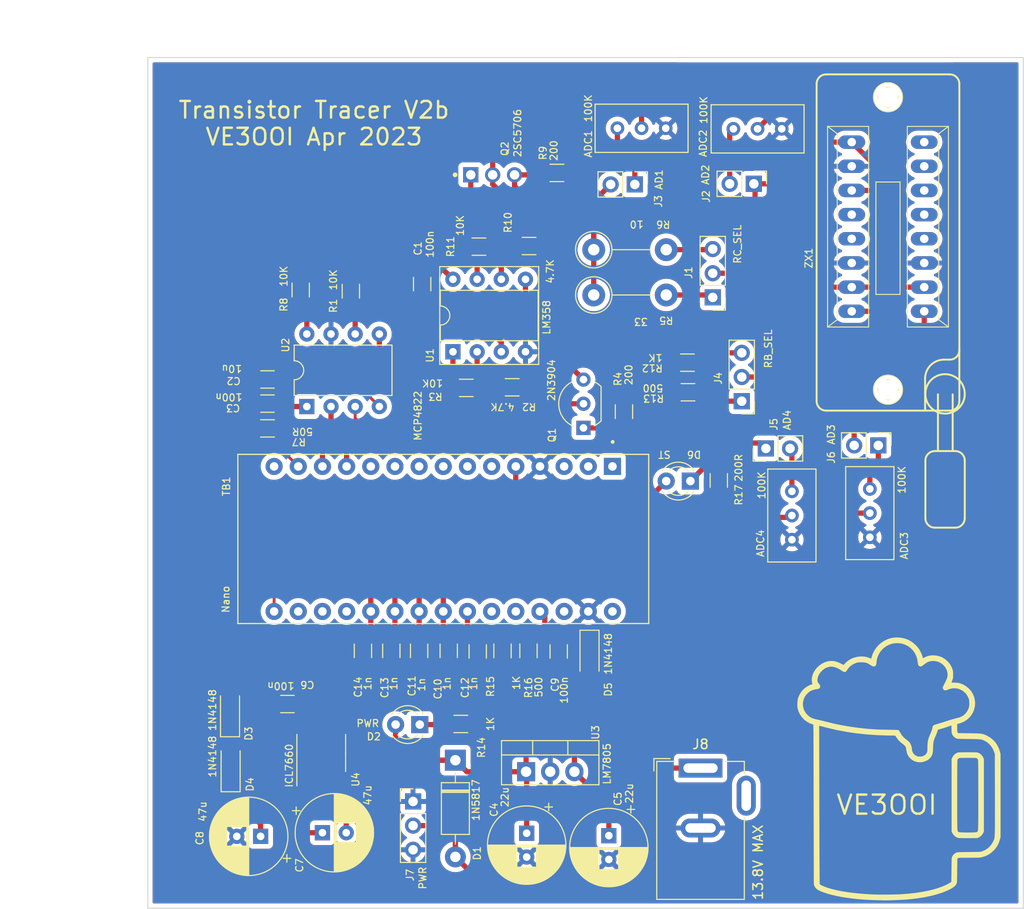
<source format=kicad_pcb>
(kicad_pcb (version 20211014) (generator pcbnew)
  (layers (0 "F.Cu" signal) (31 "B.Cu" signal) (34 "B.Paste" user) (35 "F.Paste" user) (36 "B.SilkS" user "B.Silkscreen") (37 "F.SilkS" user "F.Silkscreen") (38 "B.Mask" user) (39 "F.Mask" user) (44 "Edge.Cuts" user))
  (net 0 "")
  (net 1 "24V")
  (net 2 "GND")
  (net 3 "12V")
  (net 4 "5V")
  (net 5 "VIN")
  (net 9 "Net-(D6-Pad2)")
  (net 15 "ADC1")
  (net 20 "Net-(ADC1-Pad3)")
  (net 21 "ADC2")
  (net 22 "Net-(ADC2-Pad3)")
  (net 23 "ADC3")
  (net 24 "Net-(ADC3-Pad3)")
  (net 29 "ADC4")
  (net 30 "Net-(ADC4-Pad3)")
  (net 31 "Net-(J1-Pad1)")
  (net 32 "Net-(D2-Pad1)")
  (net 33 "Net-(D6-Pad1)")
  (net 34 "Net-(R1-Pad1)")
  (net 35 "COLLECTOR{slash}DRAIN")
  (net 36 "Net-(J1-Pad3)")
  (net 37 "VC_OUT")
  (net 38 "Net-(J4-Pad1)")
  (net 39 "BASE{slash}GATE")
  (net 40 "Net-(J4-Pad3)")
  (net 41 "VB_OUT")
  (net 42 "Net-(Q1-Pad2)")
  (net 43 "Net-(Q2-Pad1)")
  (net 44 "Net-(R1-Pad2)")
  (net 45 "Net-(R2-Pad2)")
  (net 46 "Net-(R8-Pad2)")
  (net 47 "Net-(R10-Pad2)")
  (net 48 "LDAC")
  (net 49 "CS")
  (net 50 "SDI")
  (net 51 "SCK")
  (net 52 "Net-(C7-Pad1)")
  (net 53 "Net-(C7-Pad2)")
  (net 54 "Net-(C12-Pad1)")
  (net 59 "Net-(R8-Pad1)")
  (net 61 "DacPower")
  (net 62 "uCPower")
  (footprint "Capacitor_SMD:C_1206_3216Metric" (layer "F.Cu") (at 78.359 127.5715 -90)
    (fp_text reference "C13")
    (fp_text value "1n")
  )
  (footprint "Resistor_SMD:R_1206_3216Metric" (layer "F.Cu") (at 85.6615 135.255 180)
    (fp_text reference "R14")
    (fp_text value "1K")
  )
  (footprint "Diode_SMD:D_MiniMELF" (layer "F.Cu") (at 61.4045 134.0485 90)
    (fp_text reference "D3")
    (fp_text value "1N4148")
  )
  (footprint "Connector_BarrelJack:BarrelJack_GCT_DCJ200-10-A_Horizontal" (layer "F.Cu") (at 110.856 139.8905)
    (fp_text reference "J8")
    (fp_text value "13.8V MAX")
  )
  (footprint "LED_THT:LED_D3.0mm" (layer "F.Cu") (at 81.3485 135.3185 180)
    (fp_text reference "D2")
    (fp_text value "PWR")
  )
  (footprint "Capacitor_SMD:C_1206_3216Metric" (layer "F.Cu") (at 87.4395 127.635 -90)
    (fp_text reference "C12")
    (fp_text value "1n")
  )
  (footprint "Package_TO_SOT_THT:TO-92_Inline_Wide" (layer "F.Cu") (at 98.552 104.14 90)
    (fp_text reference "Q1")
    (fp_text value "2N3904")
  )
  (footprint "Resistor_SMD:R_1206_3216Metric" (layer "F.Cu") (at 86.235 99.9345 180)
    (fp_text reference "R3")
    (fp_text value "10K")
  )
  (footprint "Diode_THT:D_DO-41_SOD81_P10.16mm_Horizontal" (layer "F.Cu") (at 85.09 139.065 -90)
    (fp_text reference "D1")
    (fp_text value "1N5817")
  )
  (footprint "Resistor_SMD:R_1206_3216Metric" (layer "F.Cu") (at 95.758 77.343 180)
    (fp_text reference "R9")
    (fp_text value "200")
  )
  (footprint "Resistor_SMD:R_1206_3216Metric" (layer "F.Cu") (at 74.1045 89.7745 90)
    (fp_text reference "R1")
    (fp_text value "10K")
  )
  (footprint "Connector_PinHeader_2.54mm:PinHeader_1x02_P2.54mm_Vertical" (layer "F.Cu") (at 129.54 105.9815 -90)
    (fp_text reference "J6")
    (fp_text value "AD3")
  )
  (footprint "Capacitor_SMD:C_1206_3216Metric" (layer "F.Cu") (at 84.3915 127.5715 -90)
    (fp_text reference "C10")
    (fp_text value "1n")
  )
  (footprint "Capacitor_THT:CP_Radial_D8.0mm_P2.50mm" (layer "F.Cu") (at 92.583 146.738849 -90)
    (fp_text reference "C4")
    (fp_text value "22u")
  )
  (footprint "Diode_SMD:D_MiniMELF" (layer "F.Cu") (at 61.468 139.827 90)
    (fp_text reference "D4")
    (fp_text value "1N4148")
  )
  (footprint "Potentiometer_THT:Potentiometer_Bourns_3296W_Vertical" (layer "F.Cu") (at 107.198 72.644)
    (fp_text reference "ADC1")
    (fp_text value "100K")
  )
  (footprint "Custom_RF:2SC5706" (layer "F.Cu") (at 89.0095 77.542999 90)
    (fp_text reference "Q2")
    (fp_text value "2SC5706")
  )
  (footprint "Resistor_SMD:R_1206_3216Metric" (layer "F.Cu") (at 92.7735 127.5715 -90)
    (fp_text reference "R16")
    (fp_text value "500")
  )
  (footprint "Resistor_SMD:R_1206_3216Metric" (layer "F.Cu") (at 91.059 99.871 180)
    (fp_text reference "R2")
    (fp_text value "4.7K")
  )
  (footprint "Potentiometer_THT:Potentiometer_Bourns_3296W_Vertical" (layer "F.Cu") (at 120.4595 115.8875 -90)
    (fp_text reference "ADC4")
    (fp_text value "100K")
  )
  (footprint "Potentiometer_THT:Potentiometer_Bourns_3296W_Vertical" (layer "F.Cu") (at 128.651 115.6335 -90)
    (fp_text reference "ADC3")
    (fp_text value "100K")
  )
  (footprint "Connector_PinHeader_2.54mm:PinHeader_1x02_P2.54mm_Vertical" (layer "F.Cu") (at 116.459 78.486 -90)
    (fp_text reference "J2")
    (fp_text value "AD2")
  )
  (footprint "Capacitor_SMD:C_1206_3216Metric" (layer "F.Cu") (at 81.28 127.5715 -90)
    (fp_text reference "C11")
    (fp_text value "1n")
  )
  (footprint "Connector_PinHeader_2.54mm:PinHeader_1x03_P2.54mm_Vertical" (layer "F.Cu") (at 80.645 143.398)
    (fp_text reference "J7")
    (fp_text value "PWR")
  )
  (footprint "Capacitor_THT:CP_Radial_D8.0mm_P2.50mm" (layer "F.Cu") (at 64.6195 147.066 180)
    (fp_text reference "C8")
    (fp_text value "47u")
  )
  (footprint "Capacitor_SMD:C_1206_3216Metric" (layer "F.Cu") (at 65.3415 99.0455)
    (fp_text reference "C2")
    (fp_text value "10u")
  )
  (footprint "Package_DIP:DIP-8_W7.62mm_Socket" (layer "F.Cu") (at 84.836 96.139 90)
    (fp_text reference "U1")
    (fp_text value "LM358")
  )
  (footprint "Custom_RF:16Pin ZIF" (layer "F.Cu") (at 130.556 82.9945 90)
    (fp_text reference "ZX1")
    (fp_text value "16PIN ZIF" hide)
  )
  (footprint "Capacitor_THT:CP_Radial_D8.0mm_P2.50mm" (layer "F.Cu") (at 71.12 146.685)
    (fp_text reference "C7")
    (fp_text value "47u")
  )
  (footprint "Custom_Images:Homebrew_mug_VE3OOI" (layer "F.Cu") (at 130.175 141.224)
    (fp_text reference "REF**" hide)
    (fp_text value "Homebrew_mug" hide)
  )
  (footprint "Capacitor_SMD:C_1206_3216Metric" (layer "F.Cu") (at 75.3745 127.5715 -90)
    (fp_text reference "C14")
    (fp_text value "1n")
  )
  (footprint "Capacitor_SMD:C_1206_3216Metric" (layer "F.Cu") (at 65.3415 101.5855)
    (fp_text reference "C3")
    (fp_text value "100n")
  )
  (footprint "Resistor_SMD:R_1206_3216Metric" (layer "F.Cu") (at 109.5375 100.3935 180)
    (fp_text reference "R13")
    (fp_text value "500")
  )
  (footprint "LED_THT:LED_D3.0mm" (layer "F.Cu") (at 109.7915 109.728 180)
    (fp_text reference "D6")
    (fp_text value "ST")
  )
  (footprint "Connector_PinHeader_2.54mm:PinHeader_1x02_P2.54mm_Vertical" (layer "F.Cu") (at 117.724 106.299 90)
    (fp_text reference "J5")
    (fp_text value "AD4")
  )
  (footprint "Resistor_SMD:R_1206_3216Metric" (layer "F.Cu") (at 109.474 97.282 180)
    (fp_text reference "R12")
    (fp_text value "1K")
  )
  (footprint "Capacitor_SMD:C_1206_3216Metric" (layer "F.Cu") (at 67.437 133.1595)
    (fp_text reference "C6")
    (fp_text value "100n")
  )
  (footprint "Package_SO:SOIC-8_3.9x4.9mm_P1.27mm" (layer "F.Cu") (at 70.993 138.303 90)
    (fp_text reference "U4")
    (fp_text value "ICL7660")
  )
  (footprint "Potentiometer_THT:Potentiometer_Bourns_3296W_Vertical" (layer "F.Cu") (at 119.39 72.7075)
    (fp_text reference "ADC2")
    (fp_text value "100K")
  )
  (footprint "Resistor_SMD:R_1206_3216Metric" (layer "F.Cu") (at 112.776 109.6645 90)
    (fp_text reference "R17")
    (fp_text value "200R")
  )
  (footprint "Connector_PinHeader_2.54mm:PinHeader_1x03_P2.54mm_Vertical" (layer "F.Cu") (at 115.189 101.331 180)
    (fp_text reference "J4")
    (fp_text value "RB_SEL")
  )
  (footprint "Resistor_SMD:R_1206_3216Metric" (layer "F.Cu") (at 87.5665 85.09 180)
    (fp_text reference "R11")
    (fp_text value "10K")
  )
  (footprint "Capacitor_SMD:C_1206_3216Metric" (layer "F.Cu") (at 95.9485 127.635 -90)
    (fp_text reference "C9")
    (fp_text value "100n")
  )
  (footprint "Package_TO_SOT_THT:TO-220-3_Vertical" (layer "F.Cu") (at 92.5195 140.2715)
    (fp_text reference "U3")
    (fp_text value "LM7805")
  )
  (footprint "Resistor_SMD:R_1206_3216Metric" (layer "F.Cu") (at 65.3415 104.189 180)
    (fp_text reference "R7")
    (fp_text value "50R")
  )
  (footprint "Resistor_THT:R_Axial_DIN0411_L9.9mm_D3.6mm_P7.62mm_Vertical" (layer "F.Cu") (at 99.6315 90.17)
    (fp_text reference "R5")
    (fp_text value "33")
  )
  (footprint "Connector_PinHeader_2.54mm:PinHeader_1x02_P2.54mm_Vertical" (layer "F.Cu") (at 103.9495 78.5495 -90)
    (fp_text reference "J3")
    (fp_text value "AD1")
  )
  (footprint "Resistor_THT:R_Axial_DIN0411_L9.9mm_D3.6mm_P7.62mm_Vertical" (layer "F.Cu") (at 99.6315 85.4075)
    (fp_text reference "R6")
    (fp_text value "10")
  )
  (footprint "Resistor_SMD:R_1206_3216Metric" (layer "F.Cu") (at 102.8065 102.4255 -90)
    (fp_text reference "R4")
    (fp_text value "200")
  )
  (footprint "Diode_SMD:D_MiniMELF" (layer "F.Cu") (at 99.187 127.9525 -90)
    (fp_text reference "D5")
    (fp_text value "1N4148")
  )
  (footprint "Microcontrollers:SHIELD_ARDUINO_NANO" (layer "F.Cu") (at 83.82 115.8095 -90)
    (fp_text reference "TB1")
    (fp_text value "Nano")
  )
  (footprint "Connector_PinHeader_2.54mm:PinHeader_1x03_P2.54mm_Vertical" (layer "F.Cu") (at 112.141 90.424 180)
    (fp_text reference "J1")
    (fp_text value "RC_SEL")
  )
  (footprint "Resistor_SMD:R_1206_3216Metric" (layer "F.Cu") (at 90.043 127.5715 -90)
    (fp_text reference "R15")
    (fp_text value "1K")
  )
  (footprint "Capacitor_SMD:C_1206_3216Metric" (layer "F.Cu") (at 81.5975 89.027 -90)
    (fp_text reference "C1")
    (fp_text value "100n")
  )
  (footprint "Package_DIP:DIP-8_W7.62mm" (layer "F.Cu") (at 69.479 101.893 90)
    (fp_text reference "U2")
    (fp_text value "MCP4822")
  )
  (footprint "Resistor_SMD:R_1206_3216Metric" (layer "F.Cu") (at 92.837 85.0265 180)
    (fp_text reference "R10")
    (fp_text value "4.7K")
  )
  (footprint "Capacitor_THT:CP_Radial_D8.0mm_P2.50mm" (layer "F.Cu") (at 101.219 146.992849 -90)
    (fp_text reference "C5")
    (fp_text value "22u")
  )
  (footprint "Resistor_SMD:R_1206_3216Metric" (layer "F.Cu") (at 68.834 89.6475 90)
    (fp_text reference "R8")
    (fp_text value "10K")
  )
  (gr_rect (start 52.7685 154.6225) (end 144.78 65.2145) (layer "Edge.Cuts") (width 0.1) (fill none))
  (gr_text "Transistor Tracer V2b\nVE3OOI Apr 2023" (at 70.231 72.136) (layer "F.SilkS") (effects (font (size 1.75 1.75) (thickness 0.25))))
  (segment (start 76.0095 82.9945) (end 80.567 87.552) (width 0.55) (layer "F.Cu") (net 1))
  (segment (start 61.468 141.577) (end 58.9 141.577) (width 0.55) (layer "F.Cu") (net 1))
  (segment (start 80.567 87.552) (end 81.5975 87.552) (width 0.55) (layer "F.Cu") (net 1))
  (segment (start 57.7215 88.8365) (end 63.5635 82.9945) (width 0.55) (layer "F.Cu") (net 1))
  (segment (start 81.5975 87.552) (end 83.869 87.552) (width 0.55) (layer "F.Cu") (net 1))
  (segment (start 63.5635 82.9945) (end 76.0095 82.9945) (width 0.55) (layer "F.Cu") (net 1))
  (segment (start 57.7215 140.3985) (end 57.7215 88.8365) (width 0.55) (layer "F.Cu") (net 1))
  (segment (start 61.468 142.621) (end 61.468 141.577) (width 0.55) (layer "F.Cu") (net 1))
  (segment (start 64.6195 147.066) (end 64.6195 145.7725) (width 0.55) (layer "F.Cu") (net 1))
  (segment (start 83.869 87.552) (end 84.836 88.519) (width 0.55) (layer "F.Cu") (net 1))
  (segment (start 58.9 141.577) (end 57.7215 140.3985) (width 0.55) (layer "F.Cu") (net 1))
  (segment (start 64.6195 145.7725) (end 61.468 142.621) (width 0.55) (layer "F.Cu") (net 1))
  (segment (start 65.4065 135.828) (end 63.3095 133.731) (width 0.55) (layer "F.Cu") (net 3))
  (segment (start 98.552 99.06) (end 96.3295 96.8375) (width 0.55) (layer "F.Cu") (net 3))
  (segment (start 62.8015 79.883) (end 81.915 79.883) (width 0.55) (layer "F.Cu") (net 3))
  (segment (start 57.7215 151.765) (end 56.3245 150.368) (width 0.55) (layer "F.Cu") (net 3))
  (segment (start 81.915 79.883) (end 82.2325 79.5655) (width 0.55) (layer "F.Cu") (net 3))
  (segment (start 84.201 75.5015) (end 84.963 74.7395) (width 0.55) (layer "F.Cu") (net 3))
  (segment (start 96.012 83.058) (end 93.5355 83.058) (width 0.55) (layer "F.Cu") (net 3))
  (segment (start 84.201 77.5335) (end 84.201 75.5015) (width 0.55) (layer "F.Cu") (net 3))
  (segment (start 90.043 135.0645) (end 90.043 129.2245) (width 0.55) (layer "F.Cu") (net 3))
  (segment (start 93.5355 83.058) (end 89.0095 78.532) (width 0.55) (layer "F.Cu") (net 3))
  (segment (start 77.0255 151.765) (end 57.7215 151.765) (width 0.55) (layer "F.Cu") (net 3))
  (segment (start 69.088 133.3355) (end 68.912 133.1595) (width 0.55) (layer "F.Cu") (net 3))
  (segment (start 78.8085 137.8) (end 78.8085 135.3185) (width 0.55) (layer "F.Cu") (net 3))
  (segment (start 56.3245 86.36) (end 62.8015 79.883) (width 0.55) (layer "F.Cu") (net 3))
  (segment (start 69.4055 138.303) (end 79.1845 138.303) (width 0.55) (layer "F.Cu") (net 3))
  (segment (start 78.0415 139.065) (end 77.343 139.7635) (width 0.55) (layer "F.Cu") (net 3))
  (segment (start 92.583 146.738849) (end 92.583 140.335) (width 0.55) (layer "F.Cu") (net 3))
  (segment (start 62.7025 132.2985) (end 61.4045 132.2985) (width 0.55) (layer "F.Cu") (net 3))
  (segment (start 85.09 139.065) (end 80.0735 139.065) (width 0.55) (layer "F.Cu") (net 3))
  (segment (start 86.2965 140.2715) (end 85.09 139.065) (width 0.55) (layer "F.Cu") (net 3))
  (segment (start 79.248 138.2395) (end 78.8085 137.8) (width 0.55) (layer "F.Cu") (net 3))
  (segment (start 84.963 74.7395) (end 88.011 74.7395) (width 0.55) (layer "F.Cu") (net 3))
  (segment (start 92.5195 137.541) (end 90.043 135.0645) (width 0.55) (layer "F.Cu") (net 3))
  (segment (start 56.3245 150.368) (end 56.3245 86.36) (width 0.55) (layer "F.Cu") (net 3))
  (segment (start 89.0095 78.532) (end 89.0095 77.542999) (width 0.55) (layer "F.Cu") (net 3))
  (segment (start 69.088 135.828) (end 69.088 133.3355) (width 0.55) (layer "F.Cu") (net 3))
  (segment (start 63.3095 133.731) (end 63.3095 132.9055) (width 0.55) (layer "F.Cu") (net 3))
  (segment (start 96.3295 96.8375) (end 96.3295 83.3755) (width 0.55) (layer "F.Cu") (net 3))
  (segment (start 77.343 139.7635) (end 77.343 151.4475) (width 0.55) (layer "F.Cu") (net 3))
  (segment (start 82.2325 79.502) (end 84.201 77.5335) (width 0.55) (layer "F.Cu") (net 3))
  (segment (start 69.088 137.9855) (end 69.4055 138.303) (width 0.55) (layer "F.Cu") (net 3))
  (segment (start 92.5195 140.2715) (end 86.2965 140.2715) (width 0.55) (layer "F.Cu") (net 3))
  (segment (start 85.09 139.065) (end 78.0415 139.065) (width 0.55) (layer "F.Cu") (net 3))
  (segment (start 63.3095 132.9055) (end 62.7025 132.2985) (width 0.55) (layer "F.Cu") (net 3))
  (segment (start 82.2325 79.5655) (end 82.2325 79.502) (width 0.55) (layer "F.Cu") (net 3))
  (segment (start 69.088 135.828) (end 65.4065 135.828) (width 0.55) (layer "F.Cu") (net 3))
  (segment (start 92.583 140.335) (end 92.5195 140.2715) (width 0.55) (layer "F.Cu") (net 3))
  (segment (start 77.343 151.4475) (end 77.0255 151.765) (width 0.55) (layer "F.Cu") (net 3))
  (segment (start 79.1845 138.303) (end 79.248 138.2395) (width 0.55) (layer "F.Cu") (net 3))
  (segment (start 69.088 135.828) (end 69.088 137.9855) (width 0.55) (layer "F.Cu") (net 3))
  (segment (start 80.0735 139.065) (end 79.248 138.2395) (width 0.55) (layer "F.Cu") (net 3))
  (segment (start 92.5195 140.2715) (end 92.5195 137.541) (width 0.55) (layer "F.Cu") (net 3))
  (segment (start 89.0095 75.738) (end 89.0095 77.542999) (width 0.55) (layer "F.Cu") (net 3))
  (segment (start 96.3295 83.3755) (end 96.012 83.058) (width 0.55) (layer "F.Cu") (net 3))
  (segment (start 88.011 74.7395) (end 89.0095 75.738) (width 0.55) (layer "F.Cu") (net 3))
  (segment (start 97.5995 140.2715) (end 97.5995 133.2865) (width 0.55) (layer "F.Cu") (net 4))
  (segment (start 63.879 104.189) (end 62.4985 104.189) (width 0.55) (layer "F.Cu") (net 4))
  (segment (start 71.501 127.4445) (end 97.9805 127.4445) (width 0.55) (layer "F.Cu") (net 4))
  (segment (start 101.219 143.891) (end 97.5995 140.2715) (width 0.55) (layer "F.Cu") (net 4))
  (segment (start 99.568 130.147) (end 99.187 129.766) (width 0.55) (layer "F.Cu") (net 4))
  (segment (start 63.373 128.778) (end 70.1675 128.778) (width 0.55) (layer "F.Cu") (net 4))
  (segment (start 99.568 131.318) (end 99.568 130.147) (width 0.55) (layer "F.Cu") (net 4))
  (segment (start 61.7855 127.1905) (end 63.373 128.778) (width 0.55) (layer "F.Cu") (net 4))
  (segment (start 62.4985 104.189) (end 61.7855 104.902) (width 0.55) (layer "F.Cu") (net 4))
  (segment (start 101.219 146.992849) (end 101.219 143.891) (width 0.55) (layer "F.Cu") (net 4))
  (segment (start 61.7855 104.902) (end 61.7855 127.1905) (width 0.55) (layer "F.Cu") (net 4))
  (segment (start 99.187 128.651) (end 99.187 129.766) (width 0.55) (layer "F.Cu") (net 4))
  (segment (start 97.9805 127.4445) (end 99.187 128.651) (width 0.55) (layer "F.Cu") (net 4))
  (segment (start 70.1675 128.778) (end 71.501 127.4445) (width 0.55) (layer "F.Cu") (net 4))
  (segment (start 97.5995 133.2865) (end 99.568 131.318) (width 0.55) (layer "F.Cu") (net 4))
  (segment (start 88.138 152.273) (end 105.2195 152.273) (width 0.55) (layer "F.Cu") (net 5))
  (segment (start 85.09 147.2565) (end 83.6295 145.796) (width 0.55) (layer "F.Cu") (net 5))
  (segment (start 85.09 149.225) (end 88.138 152.273) (width 0.55) (layer "F.Cu") (net 5))
  (segment (start 107.188 139.8905) (end 110.856 139.8905) (width 0.55) (layer "F.Cu") (net 5))
  (segment (start 106.7435 150.749) (end 106.7435 140.335) (width 0.55) (layer "F.Cu") (net 5))
  (segment (start 106.7435 140.335) (end 107.188 139.8905) (width 0.55) (layer "F.Cu") (net 5))
  (segment (start 85.09 149.225) (end 85.09 147.2565) (width 0.55) (layer "F.Cu") (net 5))
  (segment (start 83.4875 145.938) (end 80.645 145.938) (width 0.55) (layer "F.Cu") (net 5))
  (segment (start 83.6295 145.796) (end 83.4875 145.938) (width 0.55) (layer "F.Cu") (net 5))
  (segment (start 105.2195 152.273) (end 106.7435 150.749) (width 0.55) (layer "F.Cu") (net 5))
  (segment (start 92.964 111.633) (end 105.3465 111.633) (width 0.55) (layer "F.Cu") (net 9))
  (segment (start 91.44 110.109) (end 92.964 111.633) (width 0.55) (layer "F.Cu") (net 9))
  (segment (start 91.44 108.1895) (end 91.44 110.109) (width 0.55) (layer "F.Cu") (net 9))
  (segment (start 105.3465 111.633) (end 107.2515 109.728) (width 0.55) (layer "F.Cu") (net 9))
  (segment (start 76.2 114.4905) (end 76.2 123.4295) (width 0.55) (layer "F.Cu") (net 15))
  (segment (start 75.3745 126.287) (end 76.2 125.4615) (width 0.55) (layer "F.Cu") (net 15))
  (segment (start 120.4595 113.3475) (end 120.269 113.538) (width 0.55) (layer "F.Cu") (net 15))
  (segment (start 120.269 113.538) (end 77.1525 113.538) (width 0.55) (layer "F.Cu") (net 15))
  (segment (start 76.2 125.4615) (end 76.2 123.4295) (width 0.55) (layer "F.Cu") (net 15))
  (segment (start 77.1525 113.538) (end 76.2 114.4905) (width 0.55) (layer "F.Cu") (net 15))
  (segment (start 103.9495 76.2635) (end 102.118 74.432) (width 0.55) (layer "F.Cu") (net 20))
  (segment (start 102.118 74.432) (end 102.118 72.644) (width 0.55) (layer "F.Cu") (net 20))
  (segment (start 103.9495 78.5495) (end 103.9495 76.2635) (width 0.55) (layer "F.Cu") (net 20))
  (segment (start 78.74 115.1255) (end 78.74 123.4295) (width 0.55) (layer "F.Cu") (net 21))
  (segment (start 123.952 115.062) (end 123.952 118.1735) (width 0.55) (layer "F.Cu") (net 21))
  (segment (start 125.9205 113.0935) (end 123.952 115.062) (width 0.55) (layer "F.Cu") (net 21))
  (segment (start 128.651 113.0935) (end 125.9205 113.0935) (width 0.55) (layer "F.Cu") (net 21))
  (segment (start 122.4915 119.634) (end 117.475 119.634) (width 0.55) (layer "F.Cu") (net 21))
  (segment (start 78.359 126.0965) (end 78.74 125.7155) (width 0.55) (layer "F.Cu") (net 21))
  (segment (start 117.475 119.634) (end 112.9665 115.1255) (width 0.55) (layer "F.Cu") (net 21))
  (segment (start 78.74 125.7155) (end 78.74 123.4295) (width 0.55) (layer "F.Cu") (net 21))
  (segment (start 123.952 118.1735) (end 122.4915 119.634) (width 0.55) (layer "F.Cu") (net 21))
  (segment (start 112.9665 115.1255) (end 78.74 115.1255) (width 0.55) (layer "F.Cu") (net 21))
  (segment (start 113.919 73.0985) (end 114.31 72.7075) (width 0.55) (layer "F.Cu") (net 22))
  (segment (start 113.919 78.486) (end 113.919 73.0985) (width 0.55) (layer "F.Cu") (net 22))
  (segment (start 111.8235 117.0305) (end 83.2485 117.0305) (width 0.55) (layer "F.Cu") (net 23))
  (segment (start 126.492 69.0245) (end 128.8415 71.374) (width 0.55) (layer "F.Cu") (net 23))
  (segment (start 83.2485 117.0305) (end 81.28 118.999) (width 0.55) (layer "F.Cu") (net 23))
  (segment (start 115.697 120.904) (end 111.8235 117.0305) (width 0.55) (layer "F.Cu") (net 23))
  (segment (start 120.533 69.0245) (end 126.492 69.0245) (width 0.55) (layer "F.Cu") (net 23))
  (segment (start 81.28 126.0965) (end 81.28 123.4295) (width 0.55) (layer "F.Cu") (net 23))
  (segment (start 81.28 118.999) (end 81.28 123.4295) (width 0.55) (layer "F.Cu") (net 23))
  (segment (start 139.7635 72.3265) (end 139.7635 113.9825) (width 0.55) (layer "F.Cu") (net 23))
  (segment (start 128.8415 71.374) (end 138.811 71.374) (width 0.55) (layer "F.Cu") (net 23))
  (segment (start 139.7635 113.9825) (end 132.842 120.904) (width 0.55) (layer "F.Cu") (net 23))
  (segment (start 116.85 72.7075) (end 120.533 69.0245) (width 0.55) (layer "F.Cu") (net 23))
  (segment (start 132.842 120.904) (end 115.697 120.904) (width 0.55) (layer "F.Cu") (net 23))
  (segment (start 138.811 71.374) (end 139.7635 72.3265) (width 0.55) (layer "F.Cu") (net 23))
  (segment (start 128.651 110.5535) (end 128.651 108.585) (width 0.55) (layer "F.Cu") (net 24))
  (segment (start 128.651 108.585) (end 129.54 107.696) (width 0.55) (layer "F.Cu") (net 24))
  (segment (start 129.54 107.696) (end 129.54 105.9815) (width 0.55) (layer "F.Cu") (net 24))
  (segment (start 83.82 123.4295) (end 83.82 120.142) (width 0.55) (layer "F.Cu") (net 29))
  (segment (start 84.3915 126.2235) (end 83.82 125.652) (width 0.55) (layer "F.Cu") (net 29))
  (segment (start 142.4305 72.136) (end 136.8425 66.548) (width 0.55) (layer "F.Cu") (net 29))
  (segment (start 83.82 120.142) (end 84.6455 119.3165) (width 0.55) (layer "F.Cu") (net 29))
  (segment (start 108.966 66.548) (end 104.658 70.856) (width 0.55) (layer "F.Cu") (net 29))
  (segment (start 84.6455 119.3165) (end 105.9815 119.3165) (width 0.55) (layer "F.Cu") (net 29))
  (segment (start 111.76 125.095) (end 138.8745 125.095) (width 0.55) (layer "F.Cu") (net 29))
  (segment (start 105.9815 119.3165) (end 111.76 125.095) (width 0.55) (layer "F.Cu") (net 29))
  (segment (start 142.4305 121.539) (end 142.4305 72.136) (width 0.55) (layer "F.Cu") (net 29))
  (segment (start 104.658 70.856) (end 104.658 72.644) (width 0.55) (layer "F.Cu") (net 29))
  (segment (start 83.82 125.652) (end 83.82 123.4295) (width 0.55) (layer "F.Cu") (net 29))
  (segment (start 138.8745 125.095) (end 142.4305 121.539) (width 0.55) (layer "F.Cu") (net 29))
  (segment (start 136.8425 66.548) (end 108.966 66.548) (width 0.55) (layer "F.Cu") (net 29))
  (segment (start 120.4595 106.4945) (end 120.264 106.299) (width 0.55) (layer "F.Cu") (net 30))
  (segment (start 120.4595 110.8075) (end 120.4595 106.4945) (width 0.55) (layer "F.Cu") (net 30))
  (segment (start 107.2515 90.17) (end 111.887 90.17) (width 0.55) (layer "F.Cu") (net 31))
  (segment (start 111.887 90.17) (end 112.141 90.424) (width 0.55) (layer "F.Cu") (net 31))
  (segment (start 84.1355 135.3185) (end 84.199 135.255) (width 0.55) (layer "F.Cu") (net 32))
  (segment (start 81.3485 135.3185) (end 84.1355 135.3185) (width 0.55) (layer "F.Cu") (net 32))
  (segment (start 111.379 108.1405) (end 112.7145 108.1405) (width 0.55) (layer "F.Cu") (net 33))
  (segment (start 109.7915 109.728) (end 111.379 108.1405) (width 0.55) (layer "F.Cu") (net 33))
  (segment (start 112.7145 108.1405) (end 112.776 108.202) (width 0.55) (layer "F.Cu") (net 33))
  (segment (start 74.559 91.6915) (end 74.1045 91.237) (width 0.55) (layer "F.Cu") (net 34))
  (segment (start 74.559 94.273) (end 74.559 91.6915) (width 0.55) (layer "F.Cu") (net 34))
  (segment (start 115.8875 87.884) (end 116.586 87.1855) (width 0.55) (layer "F.Cu") (net 35))
  (segment (start 120.015 78.486) (end 124.3965 74.1045) (width 0.55) (layer "F.Cu") (net 35))
  (segment (start 134.366 89.3445) (end 131.318 89.3445) (width 0.55) (layer "F.Cu") (net 35))
  (segment (start 131.318 89.3445) (end 131.318 78.6765) (width 0.55) (layer "F.Cu") (net 35))
  (segment (start 124.3965 74.1045) (end 126.746 74.1045) (width 0.55) (layer "F.Cu") (net 35))
  (segment (start 131.318 78.6765) (end 126.746 74.1045) (width 0.55) (layer "F.Cu") (net 35))
  (segment (start 128.778 91.8845) (end 126.746 91.8845) (width 0.55) (layer "F.Cu") (net 35))
  (segment (start 116.586 78.613) (end 116.459 78.486) (width 0.55) (layer "F.Cu") (net 35))
  (segment (start 116.586 87.1855) (end 116.586 78.613) (width 0.55) (layer "F.Cu") (net 35))
  (segment (start 131.318 89.3445) (end 128.778 91.8845) (width 0.55) (layer "F.Cu") (net 35))
  (segment (start 112.141 87.884) (end 115.8875 87.884) (width 0.55) (layer "F.Cu") (net 35))
  (segment (start 116.459 78.486) (end 120.015 78.486) (width 0.55) (layer "F.Cu") (net 35))
  (segment (start 112.0775 85.4075) (end 112.141 85.344) (width 0.55) (layer "F.Cu") (net 36))
  (segment (start 107.2515 85.4075) (end 112.0775 85.4075) (width 0.55) (layer "F.Cu") (net 36))
  (segment (start 98.7425 81.915) (end 99.6315 82.804) (width 0.55) (layer "F.Cu") (net 37))
  (segment (start 99.6315 80.3275) (end 101.4095 78.5495) (width 0.55) (layer "F.Cu") (net 37))
  (segment (start 99.6315 82.804) (end 99.6315 85.4075) (width 0.55) (layer "F.Cu") (net 37))
  (segment (start 99.6315 85.4075) (end 99.6315 90.17) (width 0.55) (layer "F.Cu") (net 37))
  (segment (start 94.488 81.915) (end 98.7425 81.915) (width 0.55) (layer "F.Cu") (net 37))
  (segment (start 91.3095 77.542999) (end 94.095501 77.542999) (width 0.55) (layer "F.Cu") (net 37))
  (segment (start 99.6315 85.4075) (end 99.6315 80.3275) (width 0.55) (layer "F.Cu") (net 37))
  (segment (start 91.3095 78.7365) (end 94.488 81.915) (width 0.55) (layer "F.Cu") (net 37))
  (segment (start 91.3095 77.542999) (end 91.3095 78.7365) (width 0.55) (layer "F.Cu") (net 37))
  (segment (start 94.095501 77.542999) (end 94.2955 77.343) (width 0.55) (layer "F.Cu") (net 37))
  (segment (start 111.252 100.3935) (end 112.1895 101.331) (width 0.55) (layer "F.Cu") (net 38))
  (segment (start 111 100.3935) (end 111.252 100.3935) (width 0.55) (layer "F.Cu") (net 38))
  (segment (start 112.1895 101.331) (end 115.189 101.331) (width 0.55) (layer "F.Cu") (net 38))
  (segment (start 129.7305 79.9465) (end 128.9685 79.1845) (width 0.55) (layer "F.Cu") (net 39))
  (segment (start 127 105.9815) (end 127 97.3455) (width 0.55) (layer "F.Cu") (net 39))
  (segment (start 126.96825 97.31375) (end 130.556 93.726) (width 0.55) (layer "F.Cu") (net 39))
  (segment (start 124.2695 89.3445) (end 126.746 89.3445) (width 0.55) (layer "F.Cu") (net 39))
  (segment (start 134.366 93.345) (end 134.366 91.8845) (width 0.55) (layer "F.Cu") (net 39))
  (segment (start 128.905 89.3445) (end 129.7305 88.519) (width 0.55) (layer "F.Cu") (net 39))
  (segment (start 130.556 93.726) (end 133.985 93.726) (width 0.55) (layer "F.Cu") (net 39))
  (segment (start 119.3315 98.791) (end 123.8885 94.234) (width 0.55) (layer "F.Cu") (net 39))
  (segment (start 129.7305 88.519) (end 129.7305 79.9465) (width 0.55) (layer "F.Cu") (net 39))
  (segment (start 128.9685 79.1845) (end 126.746 79.1845) (width 0.55) (layer "F.Cu") (net 39))
  (segment (start 123.063 93.4085) (end 123.063 90.551) (width 0.55) (layer "F.Cu") (net 39))
  (segment (start 115.189 98.791) (end 119.3315 98.791) (width 0.55) (layer "F.Cu") (net 39))
  (segment (start 123.8885 94.234) (end 123.063 93.4085) (width 0.55) (layer "F.Cu") (net 39))
  (segment (start 126.96825 97.31375) (end 123.8885 94.234) (width 0.55) (layer "F.Cu") (net 39))
  (segment (start 123.063 90.551) (end 124.2695 89.3445) (width 0.55) (layer "F.Cu") (net 39))
  (segment (start 127 97.3455) (end 126.96825 97.31375) (width 0.55) (layer "F.Cu") (net 39))
  (segment (start 133.985 93.726) (end 134.366 93.345) (width 0.55) (layer "F.Cu") (net 39))
  (segment (start 126.746 89.3445) (end 128.905 89.3445) (width 0.55) (layer "F.Cu") (net 39))
  (segment (start 110.9365 97.282) (end 111.8235 97.282) (width 0.55) (layer "F.Cu") (net 40))
  (segment (start 112.8545 96.251) (end 115.189 96.251) (width 0.55) (layer "F.Cu") (net 40))
  (segment (start 111.8235 97.282) (end 112.8545 96.251) (width 0.55) (layer "F.Cu") (net 40))
  (segment (start 108.3945 100.713) (end 108.3945 105.6005) (width 0.55) (layer "F.Cu") (net 41))
  (segment (start 108.075 100.3935) (end 108.0115 100.33) (width 0.55) (layer "F.Cu") (net 41))
  (segment (start 108.075 100.3935) (end 108.3945 100.713) (width 0.55) (layer "F.Cu") (net 41))
  (segment (start 105.9835 103.888) (end 102.8065 103.888) (width 0.55) (layer "F.Cu") (net 41))
  (segment (start 108.0115 100.33) (end 108.0115 97.282) (width 0.55) (layer "F.Cu") (net 41))
  (segment (start 107.823 105.7275) (end 105.9835 103.888) (width 0.55) (layer "F.Cu") (net 41))
  (segment (start 117.724 106.299) (end 117.1525 105.7275) (width 0.55) (layer "F.Cu") (net 41))
  (segment (start 117.1525 105.7275) (end 107.8865 105.7275) (width 0.55) (layer "F.Cu") (net 41))
  (segment (start 98.552 104.14) (end 102.5545 104.14) (width 0.55) (layer "F.Cu") (net 41))
  (segment (start 102.5545 104.14) (end 102.8065 103.888) (width 0.55) (layer "F.Cu") (net 41))
  (segment (start 84.836 96.139) (end 84.836 99.871) (width 0.55) (layer "F.Cu") (net 42))
  (segment (start 84.836 99.871) (end 84.7725 99.9345) (width 0.55) (layer "F.Cu") (net 42))
  (segment (start 93.853 104.013) (end 86.0425 104.013) (width 0.55) (layer "F.Cu") (net 42))
  (segment (start 96.266 101.6) (end 93.853 104.013) (width 0.55) (layer "F.Cu") (net 42))
  (segment (start 98.552 101.6) (end 96.266 101.6) (width 0.55) (layer "F.Cu") (net 42))
  (segment (start 86.0425 104.013) (end 84.7725 102.743) (width 0.55) (layer "F.Cu") (net 42))
  (segment (start 84.7725 102.743) (end 84.7725 99.9345) (width 0.55) (layer "F.Cu") (net 42))
  (segment (start 86.104 85.09) (end 86.7095 84.4845) (width 0.55) (layer "F.Cu") (net 43))
  (segment (start 86.7095 84.4845) (end 86.7095 77.542999) (width 0.55) (layer "F.Cu") (net 43))
  (segment (start 87.376 86.362) (end 86.104 85.09) (width 0.55) (layer "F.Cu") (net 43))
  (segment (start 87.376 88.519) (end 87.376 86.362) (width 0.55) (layer "F.Cu") (net 43))
  (segment (start 79.756 93.7895) (end 88.5825 93.7895) (width 0.55) (layer "F.Cu") (net 44))
  (segment (start 88.5825 93.7895) (end 89.916 95.123) (width 0.55) (layer "F.Cu") (net 44))
  (segment (start 89.916 95.123) (end 89.916 96.139) (width 0.55) (layer "F.Cu") (net 44))
  (segment (start 74.1045 88.312) (end 74.2785 88.312) (width 0.55) (layer "F.Cu") (net 44))
  (segment (start 74.2785 88.312) (end 79.756 93.7895) (width 0.55) (layer "F.Cu") (net 44))
  (segment (start 87.376 99.613) (end 87.376 96.139) (width 0.55) (layer "F.Cu") (net 45))
  (segment (start 89.533 99.9345) (end 89.5965 99.871) (width 0.55) (layer "F.Cu") (net 45))
  (segment (start 87.6975 99.9345) (end 89.533 99.9345) (width 0.55) (layer "F.Cu") (net 45))
  (segment (start 87.6975 99.9345) (end 87.376 99.613) (width 0.55) (layer "F.Cu") (net 45))
  (segment (start 84.709 91.186) (end 82.4865 88.9635) (width 0.55) (layer "F.Cu") (net 46))
  (segment (start 80.01 88.9635) (end 75.311 84.2645) (width 0.55) (layer "F.Cu") (net 46))
  (segment (start 82.4865 88.9635) (end 80.01 88.9635) (width 0.55) (layer "F.Cu") (net 46))
  (segment (start 91.694 91.186) (end 84.709 91.186) (width 0.55) (layer "F.Cu") (net 46))
  (segment (start 70.4215 84.2645) (end 68.834 85.852) (width 0.55) (layer "F.Cu") (net 46))
  (segment (start 68.834 85.852) (end 68.834 88.185) (width 0.55) (layer "F.Cu") (net 46))
  (segment (start 92.456 88.519) (end 92.456 90.424) (width 0.55) (layer "F.Cu") (net 46))
  (segment (start 75.311 84.2645) (end 70.4215 84.2645) (width 0.55) (layer "F.Cu") (net 46))
  (segment (start 92.456 90.424) (end 91.694 91.186) (width 0.55) (layer "F.Cu") (net 46))
  (segment (start 89.916 87.249) (end 89.029 86.362) (width 0.55) (layer "F.Cu") (net 47))
  (segment (start 91.311 85.09) (end 91.3745 85.0265) (width 0.55) (layer "F.Cu") (net 47))
  (segment (start 89.029 86.362) (end 89.029 85.09) (width 0.55) (layer "F.Cu") (net 47))
  (segment (start 89.916 88.519) (end 89.916 87.249) (width 0.55) (layer "F.Cu") (net 47))
  (segment (start 89.029 85.09) (end 91.311 85.09) (width 0.55) (layer "F.Cu") (net 47))
  (segment (start 79.0575 105.029) (end 80.0735 104.013) (width 0.55) (layer "F.Cu") (net 48))
  (segment (start 80.0245 96.52) (end 77.597 96.52) (width 0.55) (layer "F.Cu") (net 48))
  (segment (start 80.0735 104.013) (end 80.0735 96.569) (width 0.55) (layer "F.Cu") (net 48))
  (segment (start 73.66 108.1895) (end 73.66 105.205) (width 0.55) (layer "F.Cu") (net 48))
  (segment (start 73.66 105.205) (end 73.836 105.029) (width 0.55) (layer "F.Cu") (net 48))
  (segment (start 77.597 96.52) (end 77.099 96.022) (width 0.55) (layer "F.Cu") (net 48))
  (segment (start 80.0735 96.569) (end 80.0245 96.52) (width 0.55) (layer "F.Cu") (net 48))
  (segment (start 73.836 105.029) (end 79.0575 105.029) (width 0.55) (layer "F.Cu") (net 48))
  (segment (start 77.099 96.022) (end 77.099 94.273) (width 0.55) (layer "F.Cu") (net 48))
  (segment (start 71.12 105.205) (end 72.019 104.306) (width 0.55) (layer "F.Cu") (net 49))
  (segment (start 72.019 104.306) (end 72.019 101.893) (width 0.55) (layer "F.Cu") (net 49))
  (segment (start 71.12 108.1895) (end 71.12 105.205) (width 0.55) (layer "F.Cu") (net 49))
  (segment (start 70.3435 100.125) (end 75.331 100.125) (width 0.3) (layer "F.Cu") (net 50))
  (segment (start 65.659 97.7755) (end 65.786 97.6485) (width 0.3) (layer "F.Cu") (net 50))
  (segment (start 75.331 100.125) (end 77.099 101.893) (width 0.3) (layer "F.Cu") (net 50))
  (segment (start 65.786 97.6485) (end 67.867 97.6485) (width 0.3) (layer "F.Cu") (net 50))
  (segment (start 67.867 97.6485) (end 70.3435 100.125) (width 0.3) (layer "F.Cu") (net 50))
  (segment (start 68.58 108.1895) (end 65.659 105.2685) (width 0.3) (layer "F.Cu") (net 50))
  (segment (start 65.659 105.2685) (end 65.659 97.7755) (width 0.3) (layer "F.Cu") (net 50))
  (segment (start 65.0875 97.282) (end 65.0875 105.2195) (width 0.3) (layer "F.Cu") (net 51))
  (segment (start 74.559 103.1195) (end 74.93 103.4905) (width 0.3) (layer "F.Cu") (net 51))
  (segment (start 71.12 99.2505) (end 68.707 96.8375) (width 0.3) (layer "F.Cu") (net 51))
  (segment (start 63.881 106.426) (end 63.881 108.888) (width 0.3) (layer "F.Cu") (net 51))
  (segment (start 65.0875 105.2195) (end 63.881 106.426) (width 0.3) (layer "F.Cu") (net 51))
  (segment (start 74.93 103.4905) (end 78.486 103.4905) (width 0.3) (layer "F.Cu") (net 51))
  (segment (start 74.559 101.893) (end 74.559 103.1195) (width 0.3) (layer "F.Cu") (net 51))
  (segment (start 78.867 103.1095) (end 78.867 100.5205) (width 0.3) (layer "F.Cu") (net 51))
  (segment (start 68.707 96.8375) (end 65.532 96.8375) (width 0.3) (layer "F.Cu") (net 51))
  (segment (start 78.867 100.5205) (end 77.597 99.2505) (width 0.3) (layer "F.Cu") (net 51))
  (segment (start 66.04 111.047) (end 66.04 123.4295) (width 0.3) (layer "F.Cu") (net 51))
  (segment (start 77.597 99.2505) (end 71.12 99.2505) (width 0.3) (layer "F.Cu") (net 51))
  (segment (start 78.486 103.4905) (end 78.867 103.1095) (width 0.3) (layer "F.Cu") (net 51))
  (segment (start 63.881 108.888) (end 66.04 111.047) (width 0.3) (layer "F.Cu") (net 51))
  (segment (start 65.532 96.8375) (end 65.0875 97.282) (width 0.3) (layer "F.Cu") (net 51))
  (segment (start 69.723 146.685) (end 65.9765 142.9385) (width 0.55) (layer "F.Cu") (net 52))
  (segment (start 71.12 146.685) (end 69.723 146.685) (width 0.55) (layer "F.Cu") (net 52))
  (segment (start 65.9765 142.9385) (end 65.9765 140.2715) (width 0.55) (layer "F.Cu") (net 52))
  (segment (start 63.782 138.077) (end 61.468 138.077) (width 0.55) (layer "F.Cu") (net 52))
  (segment (start 61.468 138.077) (end 61.468 135.862) (width 0.55) (layer "F.Cu") (net 52))
  (segment (start 65.9765 140.2715) (end 63.782 138.077) (width 0.55) (layer "F.Cu") (net 52))
  (segment (start 61.468 135.862) (end 61.4045 135.7985) (width 0.55) (layer "F.Cu") (net 52))
  (segment (start 70.358 142.6845) (end 71.882 144.2085) (width 0.55) (layer "F.Cu") (net 53))
  (segment (start 71.882 144.2085) (end 72.9615 144.2085) (width 0.55) (layer "F.Cu") (net 53))
  (segment (start 70.358 140.778) (end 70.358 142.6845) (width 0.55) (layer "F.Cu") (net 53))
  (segment (start 72.9615 144.2085) (end 73.62 144.867) (width 0.55) (layer "F.Cu") (net 53))
  (segment (start 73.62 144.867) (end 73.62 146.685) (width 0.55) (layer "F.Cu") (net 53))
  (segment (start 87.376 126.287) (end 90.0305 126.287) (width 0.55) (layer "F.Cu") (net 54))
  (segment (start 90.0305 126.287) (end 90.043 126.2995) (width 0.55) (layer "F.Cu") (net 54))
  (segment (start 90.17 126.1725) (end 92.837 126.1725) (width 0.55) (layer "F.Cu") (net 54))
  (segment (start 86.36 125.271) (end 86.36 123.4295) (width 0.55) (layer "F.Cu") (net 54))
  (segment (start 87.376 126.287) (end 86.36 125.271) (width 0.55) (layer "F.Cu") (net 54))
  (segment (start 90.043 126.2995) (end 90.17 126.1725) (width 0.55) (layer "F.Cu") (net 54))
  (segment (start 69.479 91.755) (end 68.834 91.11) (width 0.55) (layer "F.Cu") (net 59))
  (segment (start 69.479 94.273) (end 69.479 91.755) (width 0.55) (layer "F.Cu") (net 59))
  (segment (start 66.804 104.189) (end 66.804 101.598) (width 0.55) (layer "F.Cu") (net 61))
  (segment (start 66.8165 101.5855) (end 66.8165 99.0455) (width 0.55) (layer "F.Cu") (net 61))
  (segment (start 66.8165 101.5855) (end 67.124 101.893) (width 0.55) (layer "F.Cu") (net 61))
  (segment (start 66.804 101.598) (end 66.8165 101.5855) (width 0.55) (layer "F.Cu") (net 61))
  (segment (start 67.124 101.893) (end 69.479 101.893) (width 0.55) (layer "F.Cu") (net 61))
  (segment (start 95.9485 126.16) (end 96.1815 126.393) (width 0.55) (layer "F.Cu") (net 62))
  (segment (start 95.9485 126.16) (end 94.488 124.6995) (width 0.55) (layer "F.Cu") (net 62))
  (segment (start 94.488 123.9375) (end 93.98 123.4295) (width 0.55) (layer "F.Cu") (net 62))
  (segment (start 94.488 124.6995) (end 94.488 123.9375) (width 0.55) (layer "F.Cu") (net 62))
  (segment (start 96.1815 126.393) (end 99.2505 126.393) (width 0.55) (layer "F.Cu") (net 62))
  (zone (net 2) (net_name "GND") (layers F&B.Cu) (connect_pads (clearance 0.508)) (min_thickness 0.254) (fill yes (thermal_gap 0.508) (thermal_bridge_width 0.508))
    (polygon (pts (xy 144.78 65.2145) (xy 144.78 154.6225) (xy 52.7685 154.6225) (xy 52.7685 65.2145)))
  )
)
</source>
